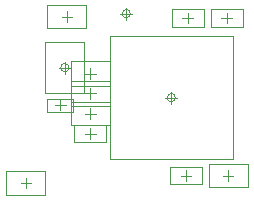
<source format=gbr>
G04*
G04 #@! TF.GenerationSoftware,Altium Limited,Altium Designer,23.1.1 (15)*
G04*
G04 Layer_Color=32768*
%FSLAX25Y25*%
%MOIN*%
G70*
G04*
G04 #@! TF.SameCoordinates,1495F0C7-D67D-4403-963C-54D1E027F531*
G04*
G04*
G04 #@! TF.FilePolarity,Positive*
G04*
G01*
G75*
%ADD63C,0.00394*%
%ADD64C,0.00197*%
D63*
X413228Y326500D02*
X416772D01*
X415000Y324728D02*
Y328272D01*
X423000Y330500D02*
Y347500D01*
X410000Y330500D02*
X423000D01*
X410000D02*
Y347500D01*
X423000D01*
X403516Y298728D02*
Y302272D01*
X401745Y300500D02*
X405288D01*
X425000Y321928D02*
Y325471D01*
X423228Y323699D02*
X426772D01*
X425000Y328529D02*
Y332269D01*
X423130Y330399D02*
X426870D01*
X425000Y335130D02*
Y338870D01*
X423130Y337000D02*
X426870D01*
X417211Y354228D02*
Y357772D01*
X415439Y356000D02*
X418983D01*
X468728Y355500D02*
X472272D01*
X470500Y353728D02*
Y357272D01*
X455728Y355500D02*
X459272D01*
X457500Y353728D02*
Y357272D01*
X431528Y308528D02*
X472472D01*
X431528Y349472D02*
X472472D01*
X431528D02*
X431528Y308528D01*
X472472D02*
X472472Y349472D01*
X425000Y315228D02*
Y318772D01*
X423228Y317000D02*
X426772D01*
X456953Y301228D02*
Y304772D01*
X455181Y303000D02*
X458724D01*
X470953Y301228D02*
Y304772D01*
X469181Y303000D02*
X472724D01*
D64*
X417878Y339000D02*
G03*
X417878Y339000I-1378J0D01*
G01*
X438378Y357000D02*
G03*
X438378Y357000I-1378J0D01*
G01*
X453378Y329000D02*
G03*
X453378Y329000I-1378J0D01*
G01*
X419331Y324335D02*
Y328665D01*
X410669Y324335D02*
Y328665D01*
X419331D01*
X410669Y324335D02*
X419331D01*
X414532Y339000D02*
X418469D01*
X416500Y337032D02*
Y340968D01*
X397020Y296563D02*
X410012D01*
X397020Y304437D02*
X410012D01*
Y296563D02*
Y304437D01*
X397020Y296563D02*
Y304437D01*
X418504Y327637D02*
X431496D01*
X418504Y319762D02*
X431496D01*
X418504D02*
Y327637D01*
X431496Y319762D02*
Y327637D01*
X418504Y334533D02*
X431496D01*
X418504Y326265D02*
X431496D01*
X418504D02*
Y334533D01*
X431496Y326265D02*
Y334533D01*
X418504Y341134D02*
X431496D01*
X418504Y332866D02*
X431496D01*
X418504D02*
Y341134D01*
X431496Y332866D02*
Y341134D01*
X410715Y359937D02*
X423707D01*
X410715Y352063D02*
X423707D01*
X410715D02*
Y359937D01*
X423707Y352063D02*
Y359937D01*
X465185Y352547D02*
Y358453D01*
X475815Y352547D02*
Y358453D01*
X465185D02*
X475815D01*
X465185Y352547D02*
X475815D01*
X462815Y352547D02*
Y358453D01*
X452185Y352547D02*
Y358453D01*
Y352547D02*
X462815D01*
X452185Y358453D02*
X462815D01*
X435032Y357000D02*
X438969D01*
X437000Y355031D02*
Y358968D01*
X450032Y329000D02*
X453968D01*
X452000Y327031D02*
Y330968D01*
X419685Y319953D02*
X430315D01*
X419685Y314047D02*
X430315D01*
X419685D02*
Y319953D01*
X430315Y314047D02*
Y319953D01*
X451638Y305953D02*
X462268D01*
X451638Y300047D02*
X462268D01*
X451638D02*
Y305953D01*
X462268Y300047D02*
Y305953D01*
X464457Y306937D02*
X477449D01*
X464457Y299063D02*
X477449D01*
X464457D02*
Y306937D01*
X477449Y299063D02*
Y306937D01*
M02*

</source>
